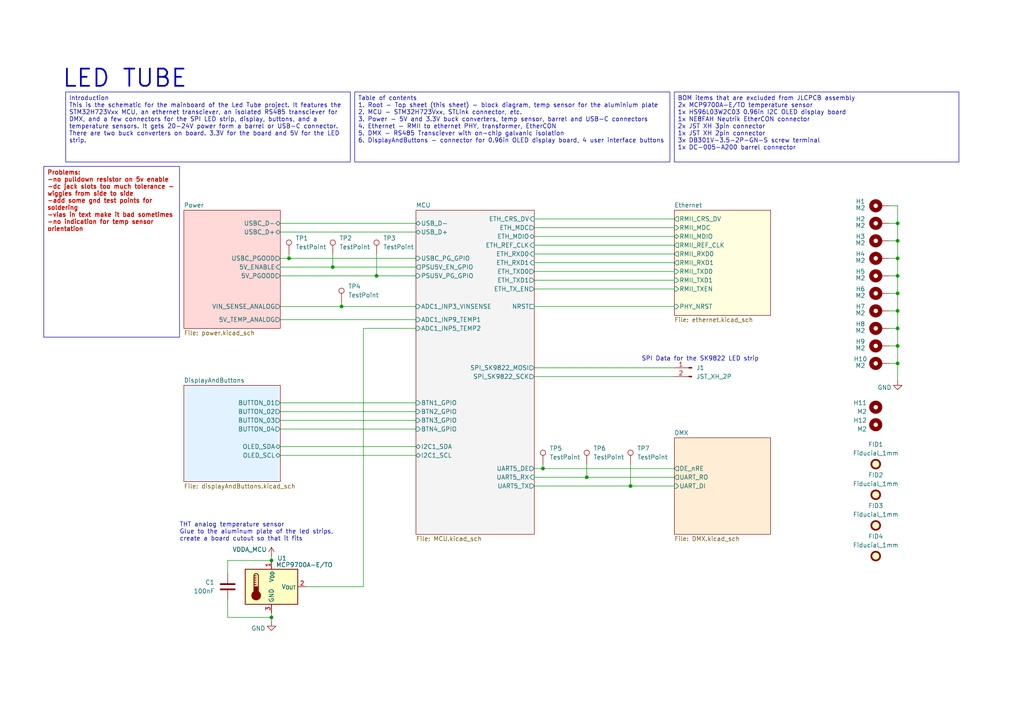
<source format=kicad_sch>
(kicad_sch (version 20250114) (generator "eeschema") (generator_version "9.0")
  (paper "A4")
  (title_block (title "Led Tube MCU Board") (date "2025-11-01") (rev "A"))
  (lib_symbols
    (symbol "AV_Capacitors:CL05B104KO5NNNC" (pin_numbers (hide yes)) (pin_names (offset 0.254))
      (property "Reference" "C" (at 0.635 2.54 0))
      (property "Value" "100nF" (at 0.635 -2.54 0))
      (symbol "CL05B104KO5NNNC_0_1"
        (polyline (pts (xy -2.032 0.762) (xy 2.032 0.762)) (stroke (width 0.508)))
        (polyline (pts (xy -2.032 -0.762) (xy 2.032 -0.762)) (stroke (width 0.508)))
      )
      (symbol "CL05B104KO5NNNC_1_1"
        (pin passive line (at 0 3.81 270) (length 2.794) (name "~") (number "1"))
        (pin passive line (at 0 -3.81 90) (length 2.794) (name "~") (number "2"))
      )
    )
    (symbol "AV_Connectors:JST_XH_2P" (pin_names (offset 1.016) (hide yes))
      (property "Reference" "J" (at 0 2.54 0))
      (property "Value" "JST_XH_2P" (at 0 -5.08 0))
      (symbol "JST_XH_2P_1_1"
        (rectangle (start 0.8636 0.127) (end 0 -0.127) (stroke (width 0.1524)) (fill (type outline)))
        (rectangle (start 0.8636 -2.413) (end 0 -2.667) (stroke (width 0.1524)) (fill (type outline)))
        (polyline (pts (xy 1.27 0) (xy 0.8636 0)) (stroke (width 0.1524)))
        (polyline (pts (xy 1.27 -2.54) (xy 0.8636 -2.54)) (stroke (width 0.1524)))
        (pin passive line (at 5.08 0 180) (length 3.81) (name "Pin_1") (number "1"))
        (pin passive line (at 5.08 -2.54 180) (length 3.81) (name "Pin_2") (number "2"))
      )
    )
    (symbol "AV_ICs:MCP9700A-E/TO"
      (property "Reference" "U" (at -6.35 6.35 0))
      (property "Value" "MCP9700A-E/TO" (at 1.27 6.35 0))
      (symbol "MCP9700A-E/TO_0_1"
        (rectangle (start -7.62 5.08) (end 7.62 -5.08) (stroke (width 0.254)) (fill (type background)))
        (polyline (pts (xy -5.08 3.175) (xy -5.08 0)) (stroke (width 0.254)))
        (polyline (pts (xy -5.08 3.175) (xy -4.445 3.175)) (stroke (width 0.254)))
        (polyline (pts (xy -5.08 2.54) (xy -4.445 2.54)) (stroke (width 0.254)))
        (polyline (pts (xy -5.08 1.905) (xy -4.445 1.905)) (stroke (width 0.254)))
        (polyline (pts (xy -5.08 1.27) (xy -4.445 1.27)) (stroke (width 0.254)))
        (polyline (pts (xy -5.08 0.635) (xy -4.445 0.635)) (stroke (width 0.254)))
        (arc (start -5.08 3.175) (mid -4.445 3.8073) (end -3.81 3.175) (stroke (width 0.254)))
        (circle (center -4.445 -2.54) (radius 1.27) (stroke (width 0.254)) (fill (type outline)))
        (polyline (pts (xy -3.81 3.175) (xy -3.81 0)) (stroke (width 0.254)))
        (rectangle (start -3.81 -1.905) (end -5.08 0) (stroke (width 0.254)) (fill (type outline)))
      )
      (symbol "MCP9700A-E/TO_1_1"
        (pin power_in line (at 0 7.62 270) (length 2.54) (name "V_{DD}") (number "1"))
        (pin power_in line (at 0 -7.62 90) (length 2.54) (name "GND") (number "3"))
        (pin output line (at 10.16 0 180) (length 2.54) (name "V_{OUT}") (number "2"))
      )
    )
    (symbol "AV_NoPart:Fiducial_1mm" (in_bom no)
      (property "Reference" "FID" (at 0 5.08 0))
      (property "Value" "Fiducial_1mm" (at 0 3.175 0))
      (symbol "Fiducial_1mm_0_1"
        (circle (center 0 0) (radius 1.27) (stroke (width 0.508)) (fill (type background)))
      )
    )
    (symbol "AV_NoPart:MountingHole_NPTH_M2" (pin_names (offset 1.016)) (in_bom no)
      (property "Reference" "H" (at 0 5.08 0))
      (property "Value" "M2" (at 0 3.175 0))
      (symbol "MountingHole_NPTH_M2_0_1"
        (circle (center 0 0) (radius 1.27) (stroke (width 1.27)))
      )
    )
    (symbol "AV_NoPart:MountingHole_Pad_M2" (pin_numbers (hide yes)) (pin_names (offset 1.016) (hide yes)) (in_bom no)
      (property "Reference" "H" (at 0 6.35 0))
      (property "Value" "M2" (at 0 4.445 0))
      (symbol "MountingHole_Pad_M2_0_1"
        (circle (center 0 1.27) (radius 1.27) (stroke (width 1.27)))
      )
      (symbol "MountingHole_Pad_M2_1_1"
        (pin input line (at 0 -2.54 90) (length 2.54) (name "1") (number "1"))
      )
    )
    (symbol "AV_NoPart:TestPoint" (pin_numbers (hide yes)) (pin_names (offset 0.762) (hide yes)) (in_bom no)
      (property "Reference" "TP" (at 0 5.334 0))
      (symbol "TestPoint_0_1"
        (circle (center 0 3.302) (radius 0.762))
      )
      (symbol "TestPoint_1_1"
        (pin passive line (at 0 0 90) (length 2.54) (name "1") (number "1"))
      )
    )
    (symbol "AV_Power:VDDA_MCU" (power) (pin_numbers (hide yes)) (pin_names (offset 0) (hide yes))
      (property "Value" "VDDA_MCU" (at 0 3.556 0))
      (symbol "VDDA_MCU_0_1"
        (polyline (pts (xy -0.762 1.27) (xy 0 2.54)))
        (polyline (pts (xy 0 2.54) (xy 0.762 1.27)))
        (polyline (pts (xy 0 0) (xy 0 2.54)))
      )
      (symbol "VDDA_MCU_1_1"
        (pin power_in line (at 0 0 90) (length 0) (name "~") (number "1"))
      )
    )
    (symbol "power:GND" (power) (pin_numbers (hide yes)) (pin_names (offset 0) (hide yes))
      (property "Value" "GND" (at 0 -3.81 0))
      (symbol "GND_0_1"
        (polyline (pts (xy 0 0) (xy 0 -1.27) (xy 1.27 -1.27) (xy 0 -2.54) (xy -1.27 -1.27) (xy 0 -1.27)))
      )
      (symbol "GND_1_1"
        (pin power_in line (at 0 0 270) (length 0) (name "~") (number "1"))
      )
    )
  )
  (text "THT analog temperature sensor\nGlue to the aluminum plate of the led strips, \ncreate a board cutout so that it fits" (at 52.07 154.305 0) (effects (font (size 1.27 1.27)) (justify left)))
  (text "LED TUBE \n" (at 38.1 22.86 0) (effects (font (size 5 5) (thickness 0.508) (bold yes))))
  (text "SPI Data for the SK9822 LED strip" (at 186.055 104.14 0) (effects (font (size 1.27 1.27)) (justify left)))
  (text_box "Problems:\n-no pulldown resistor on 5v enable\n-dc jack slots too much tolerance - wiggles from side to side\n-add some gnd test points for soldering\n-vias in text make it bad sometimes\n-no indication for temp sensor orientation" (at 12.7 48.26 0) (size 39.37 49.53) (margins 0.9525 0.9525 0.9525 0.9525) (effects (font (size 1.27 1.27) (thickness 0.254) (bold yes)) (justify left top)))
  (text_box "Introduction\nThis is the schematic for the mainboard of the Led Tube project. It features the STM32H723Vxx MCU, an ethernet transciever, an isolated RS485 transciever for DMX, and a few connectors for the SPI LED strip, display, buttons, and a temperature sensors. It gets 20-24V power form a barrel or USB-C connector. There are two buck converters on board. 3.3V for the board and 5V for the LED strip." (at 19.05 26.67 0) (size 82.55 20.32) (margins 0.9525 0.9525 0.9525 0.9525) (effects (font (size 1.27 1.27)) (justify left top)))
  (text_box "BOM items that are excluded from JLCPCB assembly\n2x MCP9700A-E/TO temperature sensor\n1x HS96L03W2C03 0.96in I2C OLED display board\n1x NE8FAH Neutrik EtherCON connector\n2x JST XH 3pin connector\n1x JST XH 2pin connector\n3x DB301V-3.5-2P-GN-S screw terminal\n1x DC-005-A200 barrel connector" (at 195.58 26.67 0) (size 82.55 20.32) (margins 0.9525 0.9525 0.9525 0.9525) (effects (font (size 1.27 1.27)) (justify left top)))
  (text_box "Table of contents\n1. Root - Top sheet (this sheet) - block diagram, temp sensor for the aluminium plate\n2. MCU - STM32H723Vxx, STLink connector, etc.\n3. Power - 5V and 3.3V buck converters, temp sensor, barrel and USB-C connectors\n4. Ethernet - RMII to ethernet PHY, transformer, EtherCON\n5. DMX - RS485 Transciever with on-chip galvanic isolation\n6. DisplayAndButtons - connector for 0.96in OLED display board, 4 user interface buttons" (at 102.87 26.67 0) (size 91.44 20.32) (margins 0.9525 0.9525 0.9525 0.9525) (effects (font (size 1.27 1.27)) (justify left top)))
  (junction (at 170.18 138.43))
  (junction (at 260.35 105.41))
  (junction (at 109.22 80.01))
  (junction (at 96.52 77.47))
  (junction (at 260.35 69.85))
  (junction (at 83.82 74.93))
  (junction (at 260.35 64.77))
  (junction (at 260.35 95.25))
  (junction (at 99.06 88.9))
  (junction (at 260.35 74.93))
  (junction (at 260.35 85.09))
  (junction (at 78.74 179.07))
  (junction (at 182.88 140.97))
  (junction (at 260.35 100.33))
  (junction (at 260.35 90.17))
  (junction (at 157.48 135.89))
  (junction (at 78.74 162.56))
  (junction (at 260.35 80.01))
  (wire (pts (xy 66.04 162.56) (xy 78.74 162.56)))
  (wire (pts (xy 154.94 135.89) (xy 157.48 135.89)))
  (wire (pts (xy 81.28 88.9) (xy 99.06 88.9)))
  (wire (pts (xy 66.04 173.99) (xy 66.04 179.07)))
  (wire (pts (xy 154.94 81.28) (xy 195.58 81.28)))
  (wire (pts (xy 96.52 73.66) (xy 96.52 77.47)))
  (wire (pts (xy 81.28 74.93) (xy 83.82 74.93)))
  (wire (pts (xy 105.41 95.25) (xy 120.65 95.25)))
  (wire (pts (xy 81.28 132.08) (xy 120.65 132.08)))
  (wire (pts (xy 154.94 76.2) (xy 195.58 76.2)))
  (wire (pts (xy 78.74 161.29) (xy 78.74 162.56)))
  (wire (pts (xy 260.35 95.25) (xy 260.35 100.33)))
  (wire (pts (xy 83.82 73.66) (xy 83.82 74.93)))
  (wire (pts (xy 105.41 95.25) (xy 105.41 170.18)))
  (wire (pts (xy 257.81 85.09) (xy 260.35 85.09)))
  (wire (pts (xy 260.35 105.41) (xy 260.35 110.49)))
  (wire (pts (xy 257.81 59.69) (xy 260.35 59.69)))
  (wire (pts (xy 257.81 100.33) (xy 260.35 100.33)))
  (wire (pts (xy 99.06 88.9) (xy 120.65 88.9)))
  (wire (pts (xy 154.94 66.04) (xy 195.58 66.04)))
  (wire (pts (xy 170.18 134.62) (xy 170.18 138.43)))
  (wire (pts (xy 257.81 64.77) (xy 260.35 64.77)))
  (wire (pts (xy 260.35 59.69) (xy 260.35 64.77)))
  (wire (pts (xy 81.28 119.38) (xy 120.65 119.38)))
  (wire (pts (xy 78.74 177.8) (xy 78.74 179.07)))
  (wire (pts (xy 109.22 80.01) (xy 120.65 80.01)))
  (wire (pts (xy 81.28 129.54) (xy 120.65 129.54)))
  (wire (pts (xy 81.28 77.47) (xy 96.52 77.47)))
  (wire (pts (xy 260.35 69.85) (xy 260.35 74.93)))
  (wire (pts (xy 260.35 80.01) (xy 260.35 85.09)))
  (wire (pts (xy 154.94 138.43) (xy 170.18 138.43)))
  (wire (pts (xy 257.81 105.41) (xy 260.35 105.41)))
  (wire (pts (xy 81.28 64.77) (xy 120.65 64.77)))
  (wire (pts (xy 154.94 88.9) (xy 195.58 88.9)))
  (wire (pts (xy 81.28 121.92) (xy 120.65 121.92)))
  (wire (pts (xy 257.81 80.01) (xy 260.35 80.01)))
  (wire (pts (xy 81.28 116.84) (xy 120.65 116.84)))
  (wire (pts (xy 83.82 74.93) (xy 120.65 74.93)))
  (wire (pts (xy 157.48 134.62) (xy 157.48 135.89)))
  (wire (pts (xy 154.94 68.58) (xy 195.58 68.58)))
  (wire (pts (xy 96.52 77.47) (xy 120.65 77.47)))
  (wire (pts (xy 260.35 74.93) (xy 260.35 80.01)))
  (wire (pts (xy 109.22 73.66) (xy 109.22 80.01)))
  (wire (pts (xy 157.48 135.89) (xy 195.58 135.89)))
  (wire (pts (xy 154.94 140.97) (xy 182.88 140.97)))
  (wire (pts (xy 81.28 92.71) (xy 120.65 92.71)))
  (wire (pts (xy 81.28 80.01) (xy 109.22 80.01)))
  (wire (pts (xy 154.94 106.68) (xy 195.58 106.68)))
  (wire (pts (xy 154.94 63.5) (xy 195.58 63.5)))
  (wire (pts (xy 81.28 124.46) (xy 120.65 124.46)))
  (wire (pts (xy 260.35 100.33) (xy 260.35 105.41)))
  (wire (pts (xy 257.81 95.25) (xy 260.35 95.25)))
  (wire (pts (xy 154.94 83.82) (xy 195.58 83.82)))
  (wire (pts (xy 154.94 109.22) (xy 195.58 109.22)))
  (wire (pts (xy 66.04 166.37) (xy 66.04 162.56)))
  (wire (pts (xy 170.18 138.43) (xy 195.58 138.43)))
  (wire (pts (xy 88.9 170.18) (xy 105.41 170.18)))
  (wire (pts (xy 78.74 179.07) (xy 78.74 180.34)))
  (wire (pts (xy 182.88 134.62) (xy 182.88 140.97)))
  (wire (pts (xy 257.81 69.85) (xy 260.35 69.85)))
  (wire (pts (xy 154.94 78.74) (xy 195.58 78.74)))
  (wire (pts (xy 260.35 64.77) (xy 260.35 69.85)))
  (wire (pts (xy 81.28 67.31) (xy 120.65 67.31)))
  (wire (pts (xy 154.94 71.12) (xy 195.58 71.12)))
  (wire (pts (xy 257.81 74.93) (xy 260.35 74.93)))
  (wire (pts (xy 66.04 179.07) (xy 78.74 179.07)))
  (wire (pts (xy 260.35 85.09) (xy 260.35 90.17)))
  (wire (pts (xy 154.94 73.66) (xy 195.58 73.66)))
  (wire (pts (xy 182.88 140.97) (xy 195.58 140.97)))
  (wire (pts (xy 257.81 90.17) (xy 260.35 90.17)))
  (wire (pts (xy 99.06 87.63) (xy 99.06 88.9)))
  (wire (pts (xy 260.35 90.17) (xy 260.35 95.25)))
  (symbol (lib_id "AV_NoPart:MountingHole_Pad_M2") (at 255.27 105.41 90) (unit 1) (in_bom no)
    (property "Reference" "H10" (at 249.555 104.14 90))
    (property "Value" "M2" (at 249.555 106.045 90))
    (property "Footprint" "AV_NOPART:MountingHole_2.2mm_M2_Pad_Via" (effects (hide yes)))
    (property "Description" "Mounting Hole with connection" (effects (hide yes)))
  )
  (symbol (lib_id "AV_Connectors:JST_XH_2P") (at 200.66 106.68 0) (mirror y) (unit 1)
    (property "Reference" "J1" (at 201.93 106.6799 0) (effects (justify right)))
    (property "Value" "JST_XH_2P" (at 201.93 109.2199 0) (effects (justify right)))
    (property "Footprint" "Connector_JST:JST_XH_B2B-XH-A_1x02_P2.50mm_Vertical" (effects (hide yes)))
    (property "Description" "JST XH 2P vertical wire to board" (effects (hide yes)))
  )
  (symbol (lib_id "power:GND") (at 260.35 110.49 0) (unit 1)
    (property "Reference" "#PWR01" (effects (hide yes)))
    (property "Value" "GND" (at 256.54 112.395 0))
    (property "Description" "Power symbol creates a global label with name \"GND\" , ground" (effects (hide yes)))
  )
  (symbol (lib_id "AV_NoPart:TestPoint") (at 182.88 134.62 0) (unit 1)
    (property "Reference" "TP7" (at 184.785 130.0479 0) (effects (justify left)))
    (property "Value" "TestPoint" (at 184.785 132.5879 0) (effects (justify left)))
    (property "Footprint" "TestPoint:TestPoint_Pad_D1.0mm" (effects (hide yes)))
    (property "Description" "test point" (effects (hide yes)))
  )
  (symbol (lib_id "AV_NoPart:TestPoint") (at 96.52 73.66 0) (unit 1)
    (property "Reference" "TP2" (at 98.425 69.0879 0) (effects (justify left)))
    (property "Value" "TestPoint" (at 98.425 71.6279 0) (effects (justify left)))
    (property "Footprint" "TestPoint:TestPoint_Pad_D1.0mm" (effects (hide yes)))
    (property "Description" "test point" (effects (hide yes)))
  )
  (symbol (lib_id "AV_NoPart:Fiducial_1mm") (at 254 152.4 0) (mirror x) (unit 1) (in_bom no)
    (property "Reference" "FID3" (at 254 146.685 0))
    (property "Value" "Fiducial_1mm" (at 254 149.225 0))
    (property "Footprint" "Fiducial:Fiducial_1mm_Mask2mm" (effects (hide yes)))
    (property "Description" "Fiducial Marker" (effects (hide yes)))
  )
  (symbol (lib_id "AV_NoPart:MountingHole_Pad_M2") (at 255.27 90.17 90) (unit 1) (in_bom no)
    (property "Reference" "H7" (at 249.555 88.9 90))
    (property "Value" "M2" (at 249.555 90.805 90))
    (property "Footprint" "AV_NOPART:MountingHole_2.2mm_M2_Pad_Via" (effects (hide yes)))
    (property "Description" "Mounting Hole with connection" (effects (hide yes)))
  )
  (symbol (lib_id "AV_NoPart:MountingHole_Pad_M2") (at 255.27 95.25 90) (unit 1) (in_bom no)
    (property "Reference" "H8" (at 249.555 93.98 90))
    (property "Value" "M2" (at 249.555 95.885 90))
    (property "Footprint" "AV_NOPART:MountingHole_2.2mm_M2_Pad_Via" (effects (hide yes)))
    (property "Description" "Mounting Hole with connection" (effects (hide yes)))
  )
  (symbol (lib_id "AV_Capacitors:CL05B104KO5NNNC") (at 66.04 170.18 0) (mirror y) (unit 1)
    (property "Reference" "C1" (at 62.23 168.9099 0) (effects (justify left)))
    (property "Value" "100nF" (at 62.23 171.4499 0) (effects (justify left)))
    (property "Footprint" "Capacitor_SMD:C_0402_1005Metric" (effects (hide yes)))
    (property "Description" "CAP CER 100nF 16V X7R 0402" (effects (hide yes)))
    (property "LCSC" "C1525" (effects (hide yes)))
  )
  (symbol (lib_id "AV_NoPart:TestPoint") (at 99.06 87.63 0) (unit 1)
    (property "Reference" "TP4" (at 100.965 83.0579 0) (effects (justify left)))
    (property "Value" "TestPoint" (at 100.965 85.5979 0) (effects (justify left)))
    (property "Footprint" "TestPoint:TestPoint_Pad_D1.0mm" (effects (hide yes)))
    (property "Description" "test point" (effects (hide yes)))
  )
  (symbol (lib_id "AV_NoPart:MountingHole_NPTH_M2") (at 254 123.19 0) (unit 1) (in_bom no)
    (property "Reference" "H12" (at 251.46 121.9199 0) (effects (justify right)))
    (property "Value" "M2" (at 251.46 124.4599 0) (effects (justify right)))
    (property "Footprint" "MountingHole:MountingHole_2.2mm_M2" (effects (hide yes)))
    (property "Description" "Mounting Hole without connection" (effects (hide yes)))
  )
  (symbol (lib_id "AV_NoPart:MountingHole_Pad_M2") (at 255.27 100.33 90) (unit 1) (in_bom no)
    (property "Reference" "H9" (at 249.555 99.06 90))
    (property "Value" "M2" (at 249.555 100.965 90))
    (property "Footprint" "AV_NOPART:MountingHole_2.2mm_M2_Pad_Via" (effects (hide yes)))
    (property "Description" "Mounting Hole with connection" (effects (hide yes)))
  )
  (symbol (lib_id "AV_NoPart:Fiducial_1mm") (at 254 143.51 0) (mirror x) (unit 1) (in_bom no)
    (property "Reference" "FID2" (at 254 137.795 0))
    (property "Value" "Fiducial_1mm" (at 254 140.335 0))
    (property "Footprint" "Fiducial:Fiducial_1mm_Mask2mm" (effects (hide yes)))
    (property "Description" "Fiducial Marker" (effects (hide yes)))
  )
  (symbol (lib_id "AV_NoPart:TestPoint") (at 109.22 73.66 0) (unit 1)
    (property "Reference" "TP3" (at 111.125 69.0879 0) (effects (justify left)))
    (property "Value" "TestPoint" (at 111.125 71.6279 0) (effects (justify left)))
    (property "Footprint" "TestPoint:TestPoint_Pad_D1.0mm" (effects (hide yes)))
    (property "Description" "test point" (effects (hide yes)))
  )
  (symbol (lib_id "AV_NoPart:Fiducial_1mm") (at 254 134.62 0) (mirror x) (unit 1) (in_bom no)
    (property "Reference" "FID1" (at 254 128.905 0))
    (property "Value" "Fiducial_1mm" (at 254 131.445 0))
    (property "Footprint" "Fiducial:Fiducial_1mm_Mask2mm" (effects (hide yes)))
    (property "Description" "Fiducial Marker" (effects (hide yes)))
  )
  (symbol (lib_id "AV_NoPart:MountingHole_Pad_M2") (at 255.27 59.69 90) (unit 1) (in_bom no)
    (property "Reference" "H1" (at 249.555 58.42 90))
    (property "Value" "M2" (at 249.555 60.325 90))
    (property "Footprint" "AV_NOPART:MountingHole_2.2mm_M2_Pad_Via" (effects (hide yes)))
    (property "Description" "Mounting Hole with connection" (effects (hide yes)))
  )
  (symbol (lib_id "AV_NoPart:MountingHole_Pad_M2") (at 255.27 80.01 90) (unit 1) (in_bom no)
    (property "Reference" "H5" (at 249.555 78.74 90))
    (property "Value" "M2" (at 249.555 80.645 90))
    (property "Footprint" "AV_NOPART:MountingHole_2.2mm_M2_Pad_Via" (effects (hide yes)))
    (property "Description" "Mounting Hole with connection" (effects (hide yes)))
  )
  (symbol (lib_id "AV_ICs:MCP9700A-E/TO") (at 78.74 170.18 0) (unit 1)
    (property "Reference" "U1" (at 83.185 161.925 0) (effects (justify right)))
    (property "Value" "MCP9700A-E/TO" (at 96.52 163.83 0) (effects (justify right)))
    (property "Footprint" "Package_TO_SOT_THT:TO-92_Inline" (effects (hide yes)))
    (property "Datasheet" "http://ww1.microchip.com/downloads/en/devicedoc/20001942g.pdf" (effects (hide yes)))
    (property "Description" "Low power, analog linear temperature sensor, TO-92" (effects (hide yes)))
  )
  (symbol (lib_id "AV_NoPart:MountingHole_Pad_M2") (at 255.27 85.09 90) (unit 1) (in_bom no)
    (property "Reference" "H6" (at 249.555 83.82 90))
    (property "Value" "M2" (at 249.555 85.725 90))
    (property "Footprint" "AV_NOPART:MountingHole_2.2mm_M2_Pad_Via" (effects (hide yes)))
    (property "Description" "Mounting Hole with connection" (effects (hide yes)))
  )
  (symbol (lib_id "AV_NoPart:MountingHole_Pad_M2") (at 255.27 69.85 90) (unit 1) (in_bom no)
    (property "Reference" "H3" (at 249.555 68.58 90))
    (property "Value" "M2" (at 249.555 70.485 90))
    (property "Footprint" "AV_NOPART:MountingHole_2.2mm_M2_Pad_Via" (effects (hide yes)))
    (property "Description" "Mounting Hole with connection" (effects (hide yes)))
  )
  (symbol (lib_id "AV_NoPart:MountingHole_Pad_M2") (at 255.27 74.93 90) (unit 1) (in_bom no)
    (property "Reference" "H4" (at 249.555 73.66 90))
    (property "Value" "M2" (at 249.555 75.565 90))
    (property "Footprint" "AV_NOPART:MountingHole_2.2mm_M2_Pad_Via" (effects (hide yes)))
    (property "Description" "Mounting Hole with connection" (effects (hide yes)))
  )
  (symbol (lib_id "AV_NoPart:MountingHole_Pad_M2") (at 255.27 64.77 90) (unit 1) (in_bom no)
    (property "Reference" "H2" (at 249.555 63.5 90))
    (property "Value" "M2" (at 249.555 65.405 90))
    (property "Footprint" "AV_NOPART:MountingHole_2.2mm_M2_Pad_Via" (effects (hide yes)))
    (property "Description" "Mounting Hole with connection" (effects (hide yes)))
  )
  (symbol (lib_id "AV_NoPart:Fiducial_1mm") (at 254 161.29 0) (mirror x) (unit 1) (in_bom no)
    (property "Reference" "FID4" (at 254 155.575 0))
    (property "Value" "Fiducial_1mm" (at 254 158.115 0))
    (property "Footprint" "Fiducial:Fiducial_1mm_Mask2mm" (effects (hide yes)))
    (property "Description" "Fiducial Marker" (effects (hide yes)))
  )
  (symbol (lib_id "AV_NoPart:MountingHole_NPTH_M2") (at 254 118.11 0) (unit 1) (in_bom no)
    (property "Reference" "H11" (at 251.46 116.8399 0) (effects (justify right)))
    (property "Value" "M2" (at 251.46 119.3799 0) (effects (justify right)))
    (property "Footprint" "MountingHole:MountingHole_2.2mm_M2" (effects (hide yes)))
    (property "Description" "Mounting Hole without connection" (effects (hide yes)))
  )
  (symbol (lib_id "power:GND") (at 78.74 180.34 0) (unit 1)
    (property "Reference" "#PWR03" (effects (hide yes)))
    (property "Value" "GND" (at 74.93 182.245 0))
    (property "Description" "Power symbol creates a global label with name \"GND\" , ground" (effects (hide yes)))
  )
  (symbol (lib_id "AV_Power:VDDA_MCU") (at 78.74 161.29 0) (unit 1)
    (property "Reference" "#PWR02" (effects (hide yes)))
    (property "Value" "VDDA_MCU" (at 72.39 159.385 0))
  )
  (symbol (lib_id "AV_NoPart:TestPoint") (at 83.82 73.66 0) (unit 1)
    (property "Reference" "TP1" (at 85.725 69.0879 0) (effects (justify left)))
    (property "Value" "TestPoint" (at 85.725 71.6279 0) (effects (justify left)))
    (property "Footprint" "TestPoint:TestPoint_Pad_D1.0mm" (effects (hide yes)))
    (property "Description" "test point" (effects (hide yes)))
  )
  (symbol (lib_id "AV_NoPart:TestPoint") (at 170.18 134.62 0) (unit 1)
    (property "Reference" "TP6" (at 172.085 130.0479 0) (effects (justify left)))
    (property "Value" "TestPoint" (at 172.085 132.5879 0) (effects (justify left)))
    (property "Footprint" "TestPoint:TestPoint_Pad_D1.0mm" (effects (hide yes)))
    (property "Description" "test point" (effects (hide yes)))
  )
  (symbol (lib_id "AV_NoPart:TestPoint") (at 157.48 134.62 0) (unit 1)
    (property "Reference" "TP5" (at 159.385 130.0479 0) (effects (justify left)))
    (property "Value" "TestPoint" (at 159.385 132.5879 0) (effects (justify left)))
    (property "Footprint" "TestPoint:TestPoint_Pad_D1.0mm" (effects (hide yes)))
    (property "Description" "test point" (effects (hide yes)))
  )
  (sheet (at 195.58 60.96) (size 27.94 30.48) (stroke (width 0.1524)) (fill (color 255 255 224 1.0000))
    (property "Sheetname" "Ethernet" (at 195.58 60.2484 0) (effects (justify left bottom)))
    (property "Sheetfile" "ethernet.kicad_sch" (at 195.58 92.0246 0) (effects (justify left top)))
    (pin "PHY_NRST" input (at 195.58 88.9 180))
    (pin "RMII_CRS_DV" output (at 195.58 63.5 180))
    (pin "RMII_MDC" input (at 195.58 66.04 180))
    (pin "RMII_MDIO" bidirectional (at 195.58 68.58 180))
    (pin "RMII_REF_CLK" output (at 195.58 71.12 180))
    (pin "RMII_RXD0" output (at 195.58 73.66 180))
    (pin "RMII_RXD1" output (at 195.58 76.2 180))
    (pin "RMII_TXD0" input (at 195.58 78.74 180))
    (pin "RMII_TXD1" input (at 195.58 81.28 180))
    (pin "RMII_TXEN" input (at 195.58 83.82 180))
  )
  (sheet (at 53.34 60.96) (size 27.94 34.29) (stroke (width 0.1524)) (fill (color 255 216 216 1.0000))
    (property "Sheetname" "Power" (at 53.34 60.2484 0) (effects (justify left bottom)))
    (property "Sheetfile" "power.kicad_sch" (at 53.34 95.8346 0) (effects (justify left top)))
    (pin "5V_ENABLE" input (at 81.28 77.47 0))
    (pin "5V_PGOOD" output (at 81.28 80.01 0))
    (pin "5V_TEMP_ANALOG" output (at 81.28 92.71 0))
    (pin "USBC_PGOOD" output (at 81.28 74.93 0))
    (pin "USBC_D+" bidirectional (at 81.28 67.31 0))
    (pin "USBC_D-" bidirectional (at 81.28 64.77 0))
    (pin "VIN_SENSE_ANALOG" output (at 81.28 88.9 0))
  )
  (sheet (at 53.34 111.76) (size 27.94 27.94) (stroke (width 0.1524)) (fill (color 226 243 255 1.0000))
    (property "Sheetname" "DisplayAndButtons" (at 53.34 111.0484 0) (effects (justify left bottom)))
    (property "Sheetfile" "displayAndButtons.kicad_sch" (at 53.34 140.2846 0) (effects (justify left top)))
    (pin "BUTTON_01" output (at 81.28 116.84 0))
    (pin "BUTTON_02" output (at 81.28 119.38 0))
    (pin "BUTTON_03" output (at 81.28 121.92 0))
    (pin "BUTTON_04" output (at 81.28 124.46 0))
    (pin "OLED_SCL" bidirectional (at 81.28 132.08 0))
    (pin "OLED_SDA" bidirectional (at 81.28 129.54 0))
  )
  (sheet (at 195.58 127) (size 27.94 27.94) (stroke (width 0.1524)) (fill (color 255 238 213 1.0000))
    (property "Sheetname" "DMX" (at 195.58 126.2884 0) (effects (justify left bottom)))
    (property "Sheetfile" "DMX.kicad_sch" (at 195.58 155.5246 0) (effects (justify left top)))
    (pin "DE_nRE" output (at 195.58 135.89 180))
    (pin "UART_DI" input (at 195.58 140.97 180))
    (pin "UART_RO" output (at 195.58 138.43 180))
  )
  (sheet (at 120.65 60.96) (size 34.29 93.98) (stroke (width 0.1524)) (fill (color 244 244 244 1.0000))
    (property "Sheetname" "MCU" (at 120.65 60.2484 0) (effects (justify left bottom)))
    (property "Sheetfile" "MCU.kicad_sch" (at 120.65 155.5246 0) (effects (justify left top)))
    (pin "BTN1_GPIO" input (at 120.65 116.84 180))
    (pin "BTN2_GPIO" input (at 120.65 119.38 180))
    (pin "BTN3_GPIO" input (at 120.65 121.92 180))
    (pin "BTN4_GPIO" input (at 120.65 124.46 180))
    (pin "ETH_CRS_DV" input (at 154.94 63.5 0))
    (pin "ETH_MDIO" bidirectional (at 154.94 68.58 0))
    (pin "ETH_REF_CLK" input (at 154.94 71.12 0))
    (pin "ETH_RXD0" input (at 154.94 73.66 0))
    (pin "ETH_RXD1" input (at 154.94 76.2 0))
    (pin "ETH_TXD0" output (at 154.94 78.74 0))
    (pin "ETH_TXD1" output (at 154.94 81.28 0))
    (pin "ETH_TX_EN" output (at 154.94 83.82 0))
    (pin "I2C1_SCL" bidirectional (at 120.65 132.08 180))
    (pin "I2C1_SDA" bidirectional (at 120.65 129.54 180))
    (pin "NRST" passive (at 154.94 88.9 0))
    (pin "PSU5V_EN_GPIO" output (at 120.65 77.47 180))
    (pin "UART5_DE" output (at 154.94 135.89 0))
    (pin "UART5_RX" input (at 154.94 138.43 0))
    (pin "UART5_TX" output (at 154.94 140.97 0))
    (pin "ADC1_INP5_TEMP2" input (at 120.65 95.25 180))
    (pin "ADC1_INP9_TEMP1" input (at 120.65 92.71 180))
    (pin "PSU5V_PG_GPIO" input (at 120.65 80.01 180))
    (pin "ETH_MDC" output (at 154.94 66.04 0))
    (pin "SPI_SK9822_MOSI" output (at 154.94 106.68 0))
    (pin "SPI_SK9822_SCK" output (at 154.94 109.22 0))
    (pin "USB_D+" bidirectional (at 120.65 67.31 180))
    (pin "USB_D-" bidirectional (at 120.65 64.77 180))
    (pin "ADC1_INP3_VINSENSE" input (at 120.65 88.9 180))
    (pin "USBC_PG_GPIO" input (at 120.65 74.93 180))
  )
)
</source>
